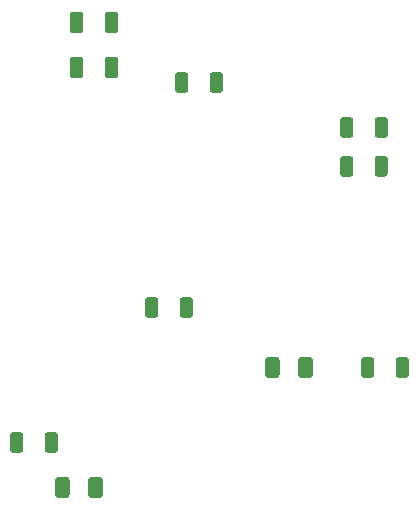
<source format=gbr>
%TF.GenerationSoftware,KiCad,Pcbnew,5.1.9+dfsg1-1+deb11u1*%
%TF.CreationDate,2022-11-29T20:17:50-05:00*%
%TF.ProjectId,Weather_Station_PCB,57656174-6865-4725-9f53-746174696f6e,rev?*%
%TF.SameCoordinates,Original*%
%TF.FileFunction,Paste,Top*%
%TF.FilePolarity,Positive*%
%FSLAX46Y46*%
G04 Gerber Fmt 4.6, Leading zero omitted, Abs format (unit mm)*
G04 Created by KiCad (PCBNEW 5.1.9+dfsg1-1+deb11u1) date 2022-11-29 20:17:50*
%MOMM*%
%LPD*%
G01*
G04 APERTURE LIST*
G04 APERTURE END LIST*
%TO.C,R6*%
G36*
G01*
X176160000Y-85195001D02*
X176160000Y-83944999D01*
G75*
G02*
X176409999Y-83695000I249999J0D01*
G01*
X177035001Y-83695000D01*
G75*
G02*
X177285000Y-83944999I0J-249999D01*
G01*
X177285000Y-85195001D01*
G75*
G02*
X177035001Y-85445000I-249999J0D01*
G01*
X176409999Y-85445000D01*
G75*
G02*
X176160000Y-85195001I0J249999D01*
G01*
G37*
G36*
G01*
X173235000Y-85195001D02*
X173235000Y-83944999D01*
G75*
G02*
X173484999Y-83695000I249999J0D01*
G01*
X174110001Y-83695000D01*
G75*
G02*
X174360000Y-83944999I0J-249999D01*
G01*
X174360000Y-85195001D01*
G75*
G02*
X174110001Y-85445000I-249999J0D01*
G01*
X173484999Y-85445000D01*
G75*
G02*
X173235000Y-85195001I0J249999D01*
G01*
G37*
%TD*%
%TO.C,R5*%
G36*
G01*
X176160000Y-81905001D02*
X176160000Y-80654999D01*
G75*
G02*
X176409999Y-80405000I249999J0D01*
G01*
X177035001Y-80405000D01*
G75*
G02*
X177285000Y-80654999I0J-249999D01*
G01*
X177285000Y-81905001D01*
G75*
G02*
X177035001Y-82155000I-249999J0D01*
G01*
X176409999Y-82155000D01*
G75*
G02*
X176160000Y-81905001I0J249999D01*
G01*
G37*
G36*
G01*
X173235000Y-81905001D02*
X173235000Y-80654999D01*
G75*
G02*
X173484999Y-80405000I249999J0D01*
G01*
X174110001Y-80405000D01*
G75*
G02*
X174360000Y-80654999I0J-249999D01*
G01*
X174360000Y-81905001D01*
G75*
G02*
X174110001Y-82155000I-249999J0D01*
G01*
X173484999Y-82155000D01*
G75*
G02*
X173235000Y-81905001I0J249999D01*
G01*
G37*
%TD*%
%TO.C,R4*%
G36*
G01*
X160390000Y-76844999D02*
X160390000Y-78095001D01*
G75*
G02*
X160140001Y-78345000I-249999J0D01*
G01*
X159514999Y-78345000D01*
G75*
G02*
X159265000Y-78095001I0J249999D01*
G01*
X159265000Y-76844999D01*
G75*
G02*
X159514999Y-76595000I249999J0D01*
G01*
X160140001Y-76595000D01*
G75*
G02*
X160390000Y-76844999I0J-249999D01*
G01*
G37*
G36*
G01*
X163315000Y-76844999D02*
X163315000Y-78095001D01*
G75*
G02*
X163065001Y-78345000I-249999J0D01*
G01*
X162439999Y-78345000D01*
G75*
G02*
X162190000Y-78095001I0J249999D01*
G01*
X162190000Y-76844999D01*
G75*
G02*
X162439999Y-76595000I249999J0D01*
G01*
X163065001Y-76595000D01*
G75*
G02*
X163315000Y-76844999I0J-249999D01*
G01*
G37*
%TD*%
%TO.C,C2*%
G36*
G01*
X150350000Y-73040001D02*
X150350000Y-71739999D01*
G75*
G02*
X150599999Y-71490000I249999J0D01*
G01*
X151250001Y-71490000D01*
G75*
G02*
X151500000Y-71739999I0J-249999D01*
G01*
X151500000Y-73040001D01*
G75*
G02*
X151250001Y-73290000I-249999J0D01*
G01*
X150599999Y-73290000D01*
G75*
G02*
X150350000Y-73040001I0J249999D01*
G01*
G37*
G36*
G01*
X153300000Y-73040001D02*
X153300000Y-71739999D01*
G75*
G02*
X153549999Y-71490000I249999J0D01*
G01*
X154200001Y-71490000D01*
G75*
G02*
X154450000Y-71739999I0J-249999D01*
G01*
X154450000Y-73040001D01*
G75*
G02*
X154200001Y-73290000I-249999J0D01*
G01*
X153549999Y-73290000D01*
G75*
G02*
X153300000Y-73040001I0J249999D01*
G01*
G37*
%TD*%
%TO.C,C3*%
G36*
G01*
X153300000Y-76850001D02*
X153300000Y-75549999D01*
G75*
G02*
X153549999Y-75300000I249999J0D01*
G01*
X154200001Y-75300000D01*
G75*
G02*
X154450000Y-75549999I0J-249999D01*
G01*
X154450000Y-76850001D01*
G75*
G02*
X154200001Y-77100000I-249999J0D01*
G01*
X153549999Y-77100000D01*
G75*
G02*
X153300000Y-76850001I0J249999D01*
G01*
G37*
G36*
G01*
X150350000Y-76850001D02*
X150350000Y-75549999D01*
G75*
G02*
X150599999Y-75300000I249999J0D01*
G01*
X151250001Y-75300000D01*
G75*
G02*
X151500000Y-75549999I0J-249999D01*
G01*
X151500000Y-76850001D01*
G75*
G02*
X151250001Y-77100000I-249999J0D01*
G01*
X150599999Y-77100000D01*
G75*
G02*
X150350000Y-76850001I0J249999D01*
G01*
G37*
%TD*%
%TO.C,D1*%
G36*
G01*
X170935000Y-100975000D02*
X170935000Y-102225000D01*
G75*
G02*
X170685000Y-102475000I-250000J0D01*
G01*
X169935000Y-102475000D01*
G75*
G02*
X169685000Y-102225000I0J250000D01*
G01*
X169685000Y-100975000D01*
G75*
G02*
X169935000Y-100725000I250000J0D01*
G01*
X170685000Y-100725000D01*
G75*
G02*
X170935000Y-100975000I0J-250000D01*
G01*
G37*
G36*
G01*
X168135000Y-100975000D02*
X168135000Y-102225000D01*
G75*
G02*
X167885000Y-102475000I-250000J0D01*
G01*
X167135000Y-102475000D01*
G75*
G02*
X166885000Y-102225000I0J250000D01*
G01*
X166885000Y-100975000D01*
G75*
G02*
X167135000Y-100725000I250000J0D01*
G01*
X167885000Y-100725000D01*
G75*
G02*
X168135000Y-100975000I0J-250000D01*
G01*
G37*
%TD*%
%TO.C,D2*%
G36*
G01*
X151905000Y-112385000D02*
X151905000Y-111135000D01*
G75*
G02*
X152155000Y-110885000I250000J0D01*
G01*
X152905000Y-110885000D01*
G75*
G02*
X153155000Y-111135000I0J-250000D01*
G01*
X153155000Y-112385000D01*
G75*
G02*
X152905000Y-112635000I-250000J0D01*
G01*
X152155000Y-112635000D01*
G75*
G02*
X151905000Y-112385000I0J250000D01*
G01*
G37*
G36*
G01*
X149105000Y-112385000D02*
X149105000Y-111135000D01*
G75*
G02*
X149355000Y-110885000I250000J0D01*
G01*
X150105000Y-110885000D01*
G75*
G02*
X150355000Y-111135000I0J-250000D01*
G01*
X150355000Y-112385000D01*
G75*
G02*
X150105000Y-112635000I-250000J0D01*
G01*
X149355000Y-112635000D01*
G75*
G02*
X149105000Y-112385000I0J250000D01*
G01*
G37*
%TD*%
%TO.C,R1*%
G36*
G01*
X160775000Y-95894998D02*
X160775000Y-97145002D01*
G75*
G02*
X160525002Y-97395000I-249998J0D01*
G01*
X159899998Y-97395000D01*
G75*
G02*
X159650000Y-97145002I0J249998D01*
G01*
X159650000Y-95894998D01*
G75*
G02*
X159899998Y-95645000I249998J0D01*
G01*
X160525002Y-95645000D01*
G75*
G02*
X160775000Y-95894998I0J-249998D01*
G01*
G37*
G36*
G01*
X157850000Y-95894998D02*
X157850000Y-97145002D01*
G75*
G02*
X157600002Y-97395000I-249998J0D01*
G01*
X156974998Y-97395000D01*
G75*
G02*
X156725000Y-97145002I0J249998D01*
G01*
X156725000Y-95894998D01*
G75*
G02*
X156974998Y-95645000I249998J0D01*
G01*
X157600002Y-95645000D01*
G75*
G02*
X157850000Y-95894998I0J-249998D01*
G01*
G37*
%TD*%
%TO.C,R2*%
G36*
G01*
X177938000Y-102225002D02*
X177938000Y-100974998D01*
G75*
G02*
X178187998Y-100725000I249998J0D01*
G01*
X178813002Y-100725000D01*
G75*
G02*
X179063000Y-100974998I0J-249998D01*
G01*
X179063000Y-102225002D01*
G75*
G02*
X178813002Y-102475000I-249998J0D01*
G01*
X178187998Y-102475000D01*
G75*
G02*
X177938000Y-102225002I0J249998D01*
G01*
G37*
G36*
G01*
X175013000Y-102225002D02*
X175013000Y-100974998D01*
G75*
G02*
X175262998Y-100725000I249998J0D01*
G01*
X175888002Y-100725000D01*
G75*
G02*
X176138000Y-100974998I0J-249998D01*
G01*
X176138000Y-102225002D01*
G75*
G02*
X175888002Y-102475000I-249998J0D01*
G01*
X175262998Y-102475000D01*
G75*
G02*
X175013000Y-102225002I0J249998D01*
G01*
G37*
%TD*%
%TO.C,R3*%
G36*
G01*
X145295000Y-108575002D02*
X145295000Y-107324998D01*
G75*
G02*
X145544998Y-107075000I249998J0D01*
G01*
X146170002Y-107075000D01*
G75*
G02*
X146420000Y-107324998I0J-249998D01*
G01*
X146420000Y-108575002D01*
G75*
G02*
X146170002Y-108825000I-249998J0D01*
G01*
X145544998Y-108825000D01*
G75*
G02*
X145295000Y-108575002I0J249998D01*
G01*
G37*
G36*
G01*
X148220000Y-108575002D02*
X148220000Y-107324998D01*
G75*
G02*
X148469998Y-107075000I249998J0D01*
G01*
X149095002Y-107075000D01*
G75*
G02*
X149345000Y-107324998I0J-249998D01*
G01*
X149345000Y-108575002D01*
G75*
G02*
X149095002Y-108825000I-249998J0D01*
G01*
X148469998Y-108825000D01*
G75*
G02*
X148220000Y-108575002I0J249998D01*
G01*
G37*
%TD*%
M02*

</source>
